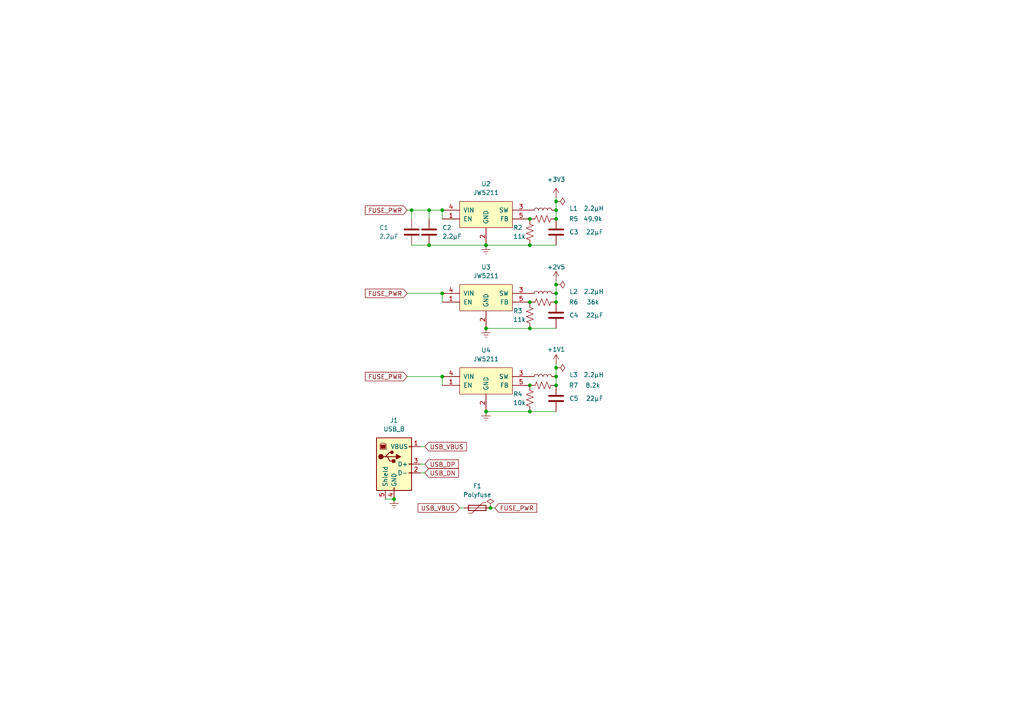
<source format=kicad_sch>
(kicad_sch (version 20231120) (generator "eeschema") (generator_version "8.0")
  (paper "A4")
  (lib_symbols
    (symbol "3340_kicad:JW5211" (pin_names (offset 1.016))
      (property "Reference" "U" (at -7.62 5.08 0))
      (property "Value" "JW5211" (at 7.62 5.08 0))
      (symbol "JW5211_0_1"
        (rectangle (start 7.62 -3.81) (end -7.62 3.81) (fill (type background)))
      )
      (symbol "JW5211_1_0"
        (pin input line (at -12.7 -1.27 0) (length 5.08) (name "EN") (number "1"))
        (pin power_in line (at 0 -8.89 90) (length 5.08) (name "GND") (number "2"))
        (pin power_out line (at 12.7 1.27 180) (length 5.08) (name "SW") (number "3"))
        (pin power_in line (at -12.7 1.27 0) (length 5.08) (name "VIN") (number "4"))
        (pin input line (at 12.7 -1.27 180) (length 5.08) (name "FB") (number "5"))
      )
    )
    (symbol "Connector:USB_B" (pin_names (offset 1.016))
      (property "Reference" "J" (at -5.08 11.43 0))
      (property "Value" "USB_B" (at -5.08 8.89 0))
      (symbol "USB_B_0_1"
        (rectangle (start -5.08 -7.62) (end 5.08 7.62) (stroke (width 0.254)) (fill (type background)))
        (circle (center -3.81 2.159) (radius 0.635) (stroke (width 0.254)) (fill (type outline)))
        (rectangle (start -3.81 5.588) (end -2.54 4.572) (fill (type outline)))
        (circle (center -0.635 3.429) (radius 0.381) (stroke (width 0.254)) (fill (type outline)))
        (rectangle (start -0.127 -7.62) (end 0.127 -6.858))
        (polyline (pts (xy -1.905 2.159) (xy 0.635 2.159)) (stroke (width 0.254)))
        (polyline (pts (xy -3.175 2.159) (xy -2.54 2.159) (xy -1.27 3.429) (xy -0.635 3.429)) (stroke (width 0.254)))
        (polyline (pts (xy -2.54 2.159) (xy -1.905 2.159) (xy -1.27 0.889) (xy 0 0.889)) (stroke (width 0.254)))
        (polyline (pts (xy 0.635 2.794) (xy 0.635 1.524) (xy 1.905 2.159) (xy 0.635 2.794)) (stroke (width 0.254)) (fill (type outline)))
        (polyline (pts (xy -4.064 4.318) (xy -2.286 4.318) (xy -2.286 5.715) (xy -2.667 6.096) (xy -3.683 6.096) (xy -4.064 5.715) (xy -4.064 4.318)))
        (rectangle (start 0.254 1.27) (end -0.508 0.508) (stroke (width 0.254)) (fill (type outline)))
        (rectangle (start 5.08 -2.667) (end 4.318 -2.413))
        (rectangle (start 5.08 -0.127) (end 4.318 0.127))
        (rectangle (start 5.08 4.953) (end 4.318 5.207))
      )
      (symbol "USB_B_1_1"
        (pin power_out line (at 7.62 5.08 180) (length 2.54) (name "VBUS") (number "1"))
        (pin bidirectional line (at 7.62 -2.54 180) (length 2.54) (name "D-") (number "2"))
        (pin bidirectional line (at 7.62 0 180) (length 2.54) (name "D+") (number "3"))
        (pin power_out line (at 0 -10.16 90) (length 2.54) (name "GND") (number "4"))
        (pin passive line (at -2.54 -10.16 90) (length 2.54) (name "Shield") (number "5"))
      )
    )
    (symbol "Device:C" (pin_numbers hide) (pin_names (offset 0.254))
      (property "Reference" "C" (at 0.635 2.54 0))
      (property "Value" "C" (at 0.635 -2.54 0))
      (symbol "C_0_1"
        (polyline (pts (xy -2.032 -0.762) (xy 2.032 -0.762)) (stroke (width 0.508)))
        (polyline (pts (xy -2.032 0.762) (xy 2.032 0.762)) (stroke (width 0.508)))
      )
      (symbol "C_1_1"
        (pin passive line (at 0 3.81 270) (length 2.794) (name "~") (number "1"))
        (pin passive line (at 0 -3.81 90) (length 2.794) (name "~") (number "2"))
      )
    )
    (symbol "Device:L" (pin_numbers hide) (pin_names (offset 1.016) hide)
      (property "Reference" "L" (at -1.27 0 90))
      (property "Value" "L" (at 1.905 0 90))
      (symbol "L_0_1"
        (arc (start 0 -2.54) (mid 0.6323 -1.905) (end 0 -1.27))
        (arc (start 0 -1.27) (mid 0.6323 -0.635) (end 0 0))
        (arc (start 0 0) (mid 0.6323 0.635) (end 0 1.27))
        (arc (start 0 1.27) (mid 0.6323 1.905) (end 0 2.54))
      )
      (symbol "L_1_1"
        (pin passive line (at 0 3.81 270) (length 1.27) (name "1") (number "1"))
        (pin passive line (at 0 -3.81 90) (length 1.27) (name "2") (number "2"))
      )
    )
    (symbol "Device:Polyfuse" (pin_numbers hide) (pin_names (offset 0))
      (property "Reference" "F" (at -2.54 0 90))
      (property "Value" "Polyfuse" (at 2.54 0 90))
      (symbol "Polyfuse_0_1"
        (rectangle (start -0.762 2.54) (end 0.762 -2.54) (stroke (width 0.254)))
        (polyline (pts (xy 0 2.54) (xy 0 -2.54)))
        (polyline (pts (xy -1.524 2.54) (xy -1.524 1.524) (xy 1.524 -1.524) (xy 1.524 -2.54)))
      )
      (symbol "Polyfuse_1_1"
        (pin passive line (at 0 3.81 270) (length 1.27) (name "~") (number "1"))
        (pin passive line (at 0 -3.81 90) (length 1.27) (name "~") (number "2"))
      )
    )
    (symbol "Device:R_US" (pin_numbers hide) (pin_names (offset 0))
      (property "Reference" "R" (at 2.54 0 90))
      (property "Value" "R_US" (at -2.54 0 90))
      (symbol "R_US_0_1"
        (polyline (pts (xy 0 -2.286) (xy 0 -2.54)))
        (polyline (pts (xy 0 2.286) (xy 0 2.54)))
        (polyline (pts (xy 0 -0.762) (xy 1.016 -1.143) (xy 0 -1.524) (xy -1.016 -1.905) (xy 0 -2.286)))
        (polyline (pts (xy 0 0.762) (xy 1.016 0.381) (xy 0 0) (xy -1.016 -0.381) (xy 0 -0.762)))
        (polyline (pts (xy 0 2.286) (xy 1.016 1.905) (xy 0 1.524) (xy -1.016 1.143) (xy 0 0.762)))
      )
      (symbol "R_US_1_1"
        (pin passive line (at 0 3.81 270) (length 1.27) (name "~") (number "1"))
        (pin passive line (at 0 -3.81 90) (length 1.27) (name "~") (number "2"))
      )
    )
    (symbol "power:+1V1" (power) (pin_numbers hide) (pin_names (offset 0) hide)
      (property "Value" "+1V1" (at 0 3.556 0))
      (symbol "+1V1_0_1"
        (polyline (pts (xy -0.762 1.27) (xy 0 2.54)))
        (polyline (pts (xy 0 0) (xy 0 2.54)))
        (polyline (pts (xy 0 2.54) (xy 0.762 1.27)))
      )
      (symbol "+1V1_1_1"
        (pin power_in line (at 0 0 90) (length 0) (name "~") (number "1"))
      )
    )
    (symbol "power:+2V5" (power) (pin_numbers hide) (pin_names (offset 0) hide)
      (property "Value" "+2V5" (at 0 3.556 0))
      (symbol "+2V5_0_1"
        (polyline (pts (xy -0.762 1.27) (xy 0 2.54)))
        (polyline (pts (xy 0 0) (xy 0 2.54)))
        (polyline (pts (xy 0 2.54) (xy 0.762 1.27)))
      )
      (symbol "+2V5_1_1"
        (pin power_in line (at 0 0 90) (length 0) (name "~") (number "1"))
      )
    )
    (symbol "power:+3V3" (power) (pin_numbers hide) (pin_names (offset 0) hide)
      (property "Value" "+3V3" (at 0 3.556 0))
      (symbol "+3V3_0_1"
        (polyline (pts (xy -0.762 1.27) (xy 0 2.54)))
        (polyline (pts (xy 0 0) (xy 0 2.54)))
        (polyline (pts (xy 0 2.54) (xy 0.762 1.27)))
      )
      (symbol "+3V3_1_1"
        (pin power_in line (at 0 0 90) (length 0) (name "~") (number "1"))
      )
    )
    (symbol "power:Earth" (power) (pin_numbers hide) (pin_names (offset 0) hide)
      (property "Value" "Earth" (at 0 -3.81 0))
      (symbol "Earth_0_1"
        (polyline (pts (xy -0.635 -1.905) (xy 0.635 -1.905)))
        (polyline (pts (xy -0.127 -2.54) (xy 0.127 -2.54)))
        (polyline (pts (xy 0 -1.27) (xy 0 0)))
        (polyline (pts (xy 1.27 -1.27) (xy -1.27 -1.27)))
      )
      (symbol "Earth_1_1"
        (pin power_in line (at 0 0 270) (length 0) (name "~") (number "1"))
      )
    )
    (symbol "power:PWR_FLAG" (power) (pin_numbers hide) (pin_names (offset 0) hide)
      (property "Value" "PWR_FLAG" (at 0 3.81 0))
      (symbol "PWR_FLAG_0_0"
        (pin power_out line (at 0 0 90) (length 0) (name "~") (number "1"))
      )
      (symbol "PWR_FLAG_0_1"
        (polyline (pts (xy 0 0) (xy 0 1.27) (xy -1.016 1.905) (xy 0 2.54) (xy 1.016 1.905) (xy 0 1.27)))
      )
    )
  )
  (junction (at 161.29 87.63))
  (junction (at 142.24 147.32))
  (junction (at 161.29 109.22))
  (junction (at 161.29 85.09))
  (junction (at 161.29 82.55))
  (junction (at 153.67 119.38))
  (junction (at 124.46 71.12))
  (junction (at 161.29 60.96))
  (junction (at 161.29 58.42))
  (junction (at 153.67 87.63))
  (junction (at 153.67 95.25))
  (junction (at 124.46 60.96))
  (junction (at 128.27 85.09))
  (junction (at 153.67 71.12))
  (junction (at 119.38 60.96))
  (junction (at 114.3 144.78))
  (junction (at 128.27 60.96))
  (junction (at 140.97 71.12))
  (junction (at 128.27 109.22))
  (junction (at 161.29 106.68))
  (junction (at 153.67 111.76))
  (junction (at 140.97 119.38))
  (junction (at 161.29 63.5))
  (junction (at 140.97 95.25))
  (junction (at 161.29 111.76))
  (junction (at 153.67 63.5))
  (wire (pts (xy 133.35 147.32) (xy 134.62 147.32)))
  (wire (pts (xy 153.67 119.38) (xy 161.29 119.38)))
  (wire (pts (xy 161.29 109.22) (xy 161.29 111.76)))
  (wire (pts (xy 118.11 85.09) (xy 128.27 85.09)))
  (wire (pts (xy 161.29 82.55) (xy 161.29 85.09)))
  (wire (pts (xy 124.46 60.96) (xy 128.27 60.96)))
  (wire (pts (xy 140.97 71.12) (xy 153.67 71.12)))
  (wire (pts (xy 161.29 106.68) (xy 161.29 109.22)))
  (wire (pts (xy 161.29 85.09) (xy 161.29 87.63)))
  (wire (pts (xy 124.46 71.12) (xy 140.97 71.12)))
  (wire (pts (xy 118.11 109.22) (xy 128.27 109.22)))
  (wire (pts (xy 123.19 129.54) (xy 121.92 129.54)))
  (wire (pts (xy 124.46 63.5) (xy 124.46 60.96)))
  (wire (pts (xy 161.29 60.96) (xy 161.29 63.5)))
  (wire (pts (xy 161.29 57.15) (xy 161.29 58.42)))
  (wire (pts (xy 111.76 144.78) (xy 114.3 144.78)))
  (wire (pts (xy 128.27 60.96) (xy 128.27 63.5)))
  (wire (pts (xy 153.67 71.12) (xy 161.29 71.12)))
  (wire (pts (xy 161.29 105.41) (xy 161.29 106.68)))
  (wire (pts (xy 161.29 58.42) (xy 161.29 60.96)))
  (wire (pts (xy 140.97 119.38) (xy 153.67 119.38)))
  (wire (pts (xy 118.11 60.96) (xy 119.38 60.96)))
  (wire (pts (xy 143.51 147.32) (xy 142.24 147.32)))
  (wire (pts (xy 128.27 85.09) (xy 128.27 87.63)))
  (wire (pts (xy 119.38 71.12) (xy 124.46 71.12)))
  (wire (pts (xy 123.19 134.62) (xy 121.92 134.62)))
  (wire (pts (xy 119.38 60.96) (xy 119.38 63.5)))
  (wire (pts (xy 128.27 109.22) (xy 128.27 111.76)))
  (wire (pts (xy 161.29 81.28) (xy 161.29 82.55)))
  (wire (pts (xy 119.38 60.96) (xy 124.46 60.96)))
  (wire (pts (xy 153.67 95.25) (xy 161.29 95.25)))
  (wire (pts (xy 140.97 95.25) (xy 153.67 95.25)))
  (wire (pts (xy 123.19 137.16) (xy 121.92 137.16)))
  (global_label "USB_DN" (shape input) (at 123.19 137.16 0) (property "Intersheetrefs" "${INTERSHEET_REFS}" (effects (hide yes))))
  (global_label "FUSE_PWR" (shape input) (at 143.51 147.32 0) (property "Intersheetrefs" "${INTERSHEET_REFS}" (effects (hide yes))))
  (global_label "USB_VBUS" (shape input) (at 133.35 147.32 180) (property "Intersheetrefs" "${INTERSHEET_REFS}" (effects (hide yes))))
  (global_label "FUSE_PWR" (shape input) (at 118.11 109.22 180) (property "Intersheetrefs" "${INTERSHEET_REFS}" (effects (hide yes))))
  (global_label "FUSE_PWR" (shape input) (at 118.11 85.09 180) (property "Intersheetrefs" "${INTERSHEET_REFS}" (effects (hide yes))))
  (global_label "USB_VBUS" (shape input) (at 123.19 129.54 0) (property "Intersheetrefs" "${INTERSHEET_REFS}" (effects (hide yes))))
  (global_label "FUSE_PWR" (shape input) (at 118.11 60.96 180) (property "Intersheetrefs" "${INTERSHEET_REFS}" (effects (hide yes))))
  (global_label "USB_DP" (shape input) (at 123.19 134.62 0) (property "Intersheetrefs" "${INTERSHEET_REFS}" (effects (hide yes))))
  (symbol (lib_id "power:Earth") (at 140.97 95.25 0) (unit 1)
    (property "Reference" "#PWR07" (effects (hide yes)))
    (property "Value" "GND" (effects (hide yes)))
  )
  (symbol (lib_id "power:Earth") (at 140.97 71.12 0) (unit 1)
    (property "Reference" "#PWR06" (effects (hide yes)))
    (property "Value" "GND" (effects (hide yes)))
  )
  (symbol (lib_id "Device:L") (at 157.48 60.96 90) (unit 1)
    (property "Reference" "L1" (at 166.37 60.452 90))
    (property "Value" "2.2µH" (at 172.212 60.452 90))
    (property "Footprint" "Inductor_SMD:L_0603_1608Metric" (effects (hide yes)))
    (property "Description" "Inductor" (effects (hide yes)))
  )
  (symbol (lib_id "Device:C") (at 119.38 67.31 0) (unit 1)
    (property "Reference" "C1" (at 109.982 66.04 0) (effects (justify left)))
    (property "Value" "2.2µF" (at 109.982 68.58 0) (effects (justify left)))
    (property "Footprint" "Capacitor_SMD:C_0201_0603Metric" (effects (hide yes)))
    (property "Description" "Unpolarized capacitor" (effects (hide yes)))
  )
  (symbol (lib_id "Device:R_US") (at 153.67 115.57 0) (unit 1)
    (property "Reference" "R4" (at 148.844 114.3 0) (effects (justify left)))
    (property "Value" "10k" (at 148.844 116.84 0) (effects (justify left)))
    (property "Footprint" "Resistor_SMD:R_0201_0603Metric" (effects (hide yes)))
    (property "Description" "Resistor, US symbol" (effects (hide yes)))
  )
  (symbol (lib_id "power:+3V3") (at 161.29 57.15 0) (unit 1)
    (property "Reference" "#PWR09" (effects (hide yes)))
    (property "Value" "+3V3" (at 161.29 52.07 0))
    (property "Description" "Power symbol creates a global label with name \"+3V3\"" (effects (hide yes)))
  )
  (symbol (lib_id "Device:R_US") (at 157.48 63.5 90) (unit 1)
    (property "Reference" "R5" (at 166.37 63.5 90))
    (property "Value" "49.9k" (at 171.958 63.5 90))
    (property "Footprint" "Resistor_SMD:R_0201_0603Metric" (effects (hide yes)))
    (property "Description" "Resistor, US symbol" (effects (hide yes)))
  )
  (symbol (lib_id "power:+1V1") (at 161.29 105.41 0) (unit 1)
    (property "Reference" "#PWR011" (effects (hide yes)))
    (property "Value" "+1V1" (at 161.29 101.346 0))
    (property "Description" "Power symbol creates a global label with name \"+1V1\"" (effects (hide yes)))
  )
  (symbol (lib_id "power:Earth") (at 114.3 144.78 0) (unit 1)
    (property "Reference" "#PWR01" (effects (hide yes)))
    (property "Value" "GND" (effects (hide yes)))
  )
  (symbol (lib_id "Device:C") (at 124.46 67.31 0) (unit 1)
    (property "Reference" "C2" (at 128.27 66.0399 0) (effects (justify left)))
    (property "Value" "2.2µF" (at 128.27 68.5799 0) (effects (justify left)))
    (property "Footprint" "Capacitor_SMD:C_0201_0603Metric" (effects (hide yes)))
    (property "Description" "Unpolarized capacitor" (effects (hide yes)))
  )
  (symbol (lib_id "Device:Polyfuse") (at 138.43 147.32 90) (unit 1)
    (property "Reference" "F1" (at 138.43 140.97 90))
    (property "Value" "Polyfuse" (at 138.43 143.51 90))
    (property "Footprint" "Fuse:Fuse_2920_7451Metric" (effects (hide yes)))
    (property "Description" "Resettable fuse, polymeric positive temperature coefficient" (effects (hide yes)))
  )
  (symbol (lib_id "power:PWR_FLAG") (at 142.24 147.32 0) (unit 1)
    (property "Reference" "#FLG01" (effects (hide yes)))
    (property "Value" "PWR_FLAG" (effects (hide yes)))
    (property "Description" "Special symbol for telling ERC where power comes from" (effects (hide yes)))
  )
  (symbol (lib_id "Device:C") (at 161.29 91.44 0) (unit 1)
    (property "Reference" "C4" (at 165.1 91.4399 0) (effects (justify left)))
    (property "Value" "22µF" (at 169.926 91.44 0) (effects (justify left)))
    (property "Footprint" "Capacitor_SMD:C_0201_0603Metric" (effects (hide yes)))
    (property "Description" "Unpolarized capacitor" (effects (hide yes)))
  )
  (symbol (lib_id "Connector:USB_B") (at 114.3 134.62 0) (unit 1)
    (property "Reference" "J1" (at 114.3 121.92 0))
    (property "Value" "USB_B" (at 114.3 124.46 0))
    (property "Footprint" "Connector_USB:USB_A_CNCTech_1001-011-01101_Horizontal" (effects (hide yes)))
    (property "Description" "USB Type B connector" (effects (hide yes)))
  )
  (symbol (lib_id "Device:C") (at 161.29 115.57 0) (unit 1)
    (property "Reference" "C5" (at 165.1 115.5699 0) (effects (justify left)))
    (property "Value" "22µF" (at 169.926 115.57 0) (effects (justify left)))
    (property "Footprint" "Capacitor_SMD:C_0201_0603Metric" (effects (hide yes)))
    (property "Description" "Unpolarized capacitor" (effects (hide yes)))
  )
  (symbol (lib_id "power:Earth") (at 140.97 119.38 0) (unit 1)
    (property "Reference" "#PWR08" (effects (hide yes)))
    (property "Value" "GND" (effects (hide yes)))
  )
  (symbol (lib_id "3340_kicad:JW5211") (at 140.97 86.36 0) (unit 1)
    (property "Reference" "U3" (at 140.97 77.47 0))
    (property "Value" "JW5211" (at 140.97 80.01 0))
    (property "Footprint" "Package_TO_SOT_SMD:SOT-23-5" (effects (hide yes)))
    (property "Datasheet" "https://datasheet.lcsc.com/szlcsc/1903011605_JoulWatt-Tech-JW5211_C371423.pdf" (effects (hide yes)))
  )
  (symbol (lib_id "Device:R_US") (at 157.48 87.63 90) (unit 1)
    (property "Reference" "R6" (at 166.37 87.63 90))
    (property "Value" "36k" (at 171.958 87.63 90))
    (property "Footprint" "Resistor_SMD:R_0201_0603Metric" (effects (hide yes)))
    (property "Description" "Resistor, US symbol" (effects (hide yes)))
  )
  (symbol (lib_id "Device:R_US") (at 153.67 91.44 0) (unit 1)
    (property "Reference" "R3" (at 148.844 90.17 0) (effects (justify left)))
    (property "Value" "11k" (at 148.844 92.71 0) (effects (justify left)))
    (property "Footprint" "Resistor_SMD:R_0201_0603Metric" (effects (hide yes)))
    (property "Description" "Resistor, US symbol" (effects (hide yes)))
  )
  (symbol (lib_id "power:PWR_FLAG") (at 161.29 106.68 270) (unit 1)
    (property "Reference" "#FLG04" (effects (hide yes)))
    (property "Value" "PWR_FLAG" (effects (hide yes)))
    (property "Description" "Special symbol for telling ERC where power comes from" (effects (hide yes)))
  )
  (symbol (lib_id "power:+2V5") (at 161.29 81.28 0) (unit 1)
    (property "Reference" "#PWR010" (effects (hide yes)))
    (property "Value" "+2V5" (at 161.29 77.47 0))
    (property "Description" "Power symbol creates a global label with name \"+2V5\"" (effects (hide yes)))
  )
  (symbol (lib_id "Device:R_US") (at 153.67 67.31 0) (unit 1)
    (property "Reference" "R2" (at 148.844 66.04 0) (effects (justify left)))
    (property "Value" "11k" (at 148.844 68.58 0) (effects (justify left)))
    (property "Footprint" "Resistor_SMD:R_0201_0603Metric" (effects (hide yes)))
    (property "Description" "Resistor, US symbol" (effects (hide yes)))
  )
  (symbol (lib_id "power:PWR_FLAG") (at 161.29 58.42 270) (unit 1)
    (property "Reference" "#FLG02" (effects (hide yes)))
    (property "Value" "PWR_FLAG" (effects (hide yes)))
    (property "Description" "Special symbol for telling ERC where power comes from" (effects (hide yes)))
  )
  (symbol (lib_id "Device:C") (at 161.29 67.31 0) (unit 1)
    (property "Reference" "C3" (at 165.1 67.3099 0) (effects (justify left)))
    (property "Value" "22µF" (at 169.926 67.31 0) (effects (justify left)))
    (property "Footprint" "Capacitor_SMD:C_0201_0603Metric" (effects (hide yes)))
    (property "Description" "Unpolarized capacitor" (effects (hide yes)))
  )
  (symbol (lib_id "Device:R_US") (at 157.48 111.76 90) (unit 1)
    (property "Reference" "R7" (at 166.37 111.76 90))
    (property "Value" "8.2k" (at 171.958 111.76 90))
    (property "Footprint" "Resistor_SMD:R_0201_0603Metric" (effects (hide yes)))
    (property "Description" "Resistor, US symbol" (effects (hide yes)))
  )
  (symbol (lib_id "Device:L") (at 157.48 109.22 90) (unit 1)
    (property "Reference" "L3" (at 166.37 108.712 90))
    (property "Value" "2.2µH" (at 172.212 108.712 90))
    (property "Footprint" "Inductor_SMD:L_0603_1608Metric" (effects (hide yes)))
    (property "Description" "Inductor" (effects (hide yes)))
  )
  (symbol (lib_id "3340_kicad:JW5211") (at 140.97 62.23 0) (unit 1)
    (property "Reference" "U2" (at 140.97 53.34 0))
    (property "Value" "JW5211" (at 140.97 55.88 0))
    (property "Footprint" "Package_TO_SOT_SMD:SOT-23-5" (effects (hide yes)))
    (property "Datasheet" "https://datasheet.lcsc.com/szlcsc/1903011605_JoulWatt-Tech-JW5211_C371423.pdf" (effects (hide yes)))
  )
  (symbol (lib_id "power:PWR_FLAG") (at 161.29 82.55 270) (unit 1)
    (property "Reference" "#FLG03" (effects (hide yes)))
    (property "Value" "PWR_FLAG" (effects (hide yes)))
    (property "Description" "Special symbol for telling ERC where power comes from" (effects (hide yes)))
  )
  (symbol (lib_id "Device:L") (at 157.48 85.09 90) (unit 1)
    (property "Reference" "L2" (at 166.37 84.582 90))
    (property "Value" "2.2µH" (at 172.212 84.582 90))
    (property "Footprint" "Inductor_SMD:L_0603_1608Metric" (effects (hide yes)))
    (property "Description" "Inductor" (effects (hide yes)))
  )
  (symbol (lib_id "3340_kicad:JW5211") (at 140.97 110.49 0) (unit 1)
    (property "Reference" "U4" (at 140.97 101.6 0))
    (property "Value" "JW5211" (at 140.97 104.14 0))
    (property "Footprint" "Package_TO_SOT_SMD:SOT-23-5" (effects (hide yes)))
    (property "Datasheet" "https://datasheet.lcsc.com/szlcsc/1903011605_JoulWatt-Tech-JW5211_C371423.pdf" (effects (hide yes)))
  )
)
</source>
